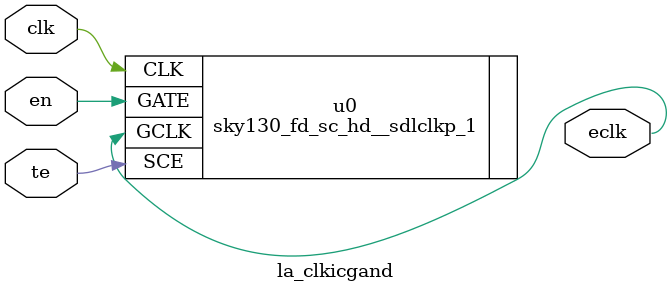
<source format=v>

(* keep_hierarchy *)
module la_clkicgand #(
    parameter PROP = "DEFAULT"
) (
    input  clk,  // clock input
    input  te,   // test enable
    input  en,   // enable (from positive edge FF)
    output eclk  // enabled clock output
);

  // reg en_stable;

  // always @(clk or en or te) if (~clk) en_stable <= en | te;

  // assign eclk = clk & en_stable;

  sky130_fd_sc_hd__sdlclkp_1 u0 (
      .CLK (clk),
      .SCE (te),
      .GATE(en),
      .GCLK(eclk)
  );

endmodule

</source>
